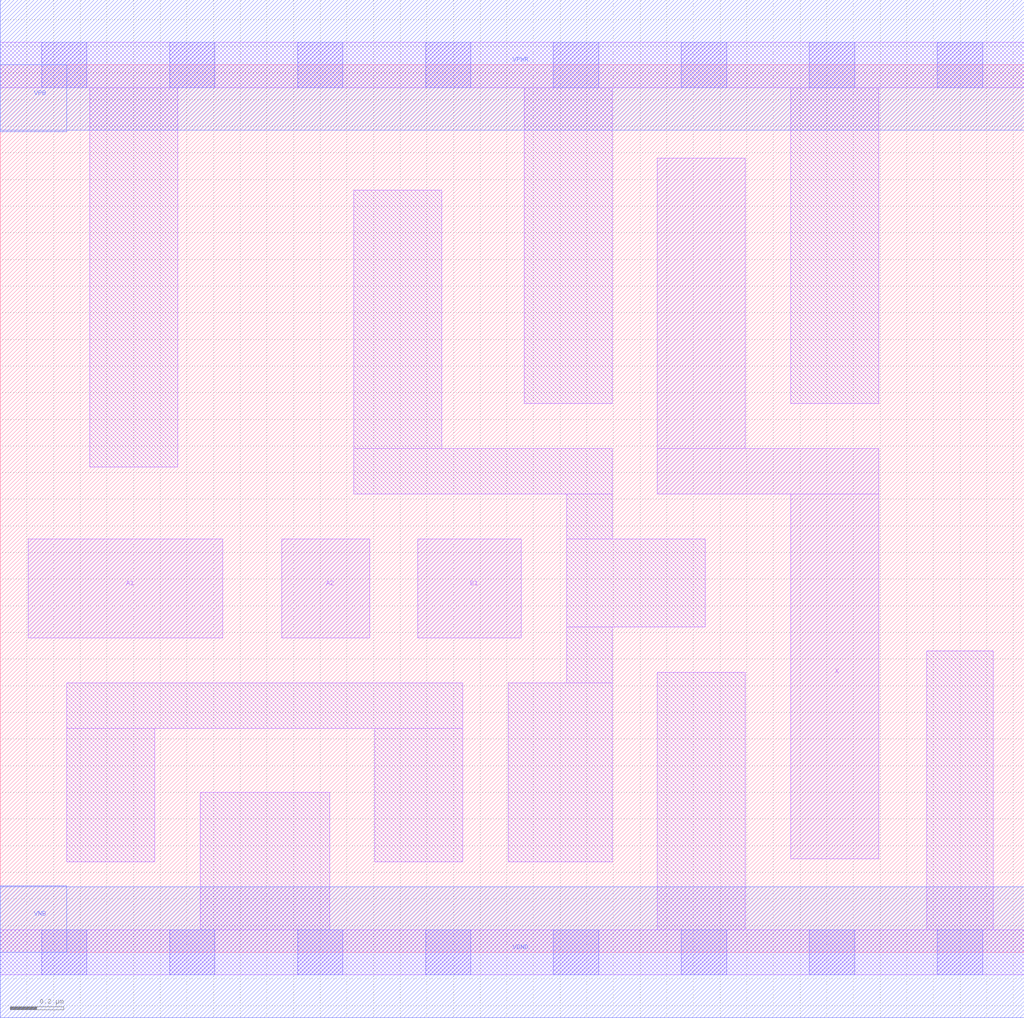
<source format=lef>
# Copyright 2020 The SkyWater PDK Authors
#
# Licensed under the Apache License, Version 2.0 (the "License");
# you may not use this file except in compliance with the License.
# You may obtain a copy of the License at
#
#     https://www.apache.org/licenses/LICENSE-2.0
#
# Unless required by applicable law or agreed to in writing, software
# distributed under the License is distributed on an "AS IS" BASIS,
# WITHOUT WARRANTIES OR CONDITIONS OF ANY KIND, either express or implied.
# See the License for the specific language governing permissions and
# limitations under the License.
#
# SPDX-License-Identifier: Apache-2.0

VERSION 5.5 ;
NAMESCASESENSITIVE ON ;
BUSBITCHARS "[]" ;
DIVIDERCHAR "/" ;
MACRO sky130_fd_sc_hs__o21a_2
  CLASS CORE ;
  SOURCE USER ;
  ORIGIN  0.000000  0.000000 ;
  SIZE  3.840000 BY  3.330000 ;
  SYMMETRY X Y ;
  SITE unit ;
  PIN A1
    ANTENNAGATEAREA  0.261000 ;
    DIRECTION INPUT ;
    USE SIGNAL ;
    PORT
      LAYER li1 ;
        RECT 0.105000 1.180000 0.835000 1.550000 ;
    END
  END A1
  PIN A2
    ANTENNAGATEAREA  0.261000 ;
    DIRECTION INPUT ;
    USE SIGNAL ;
    PORT
      LAYER li1 ;
        RECT 1.055000 1.180000 1.385000 1.550000 ;
    END
  END A2
  PIN B1
    ANTENNAGATEAREA  0.261000 ;
    DIRECTION INPUT ;
    USE SIGNAL ;
    PORT
      LAYER li1 ;
        RECT 1.565000 1.180000 1.955000 1.550000 ;
    END
  END B1
  PIN X
    ANTENNADIFFAREA  0.543200 ;
    DIRECTION OUTPUT ;
    USE SIGNAL ;
    PORT
      LAYER li1 ;
        RECT 2.465000 1.720000 3.295000 1.890000 ;
        RECT 2.465000 1.890000 2.795000 2.980000 ;
        RECT 2.965000 0.350000 3.295000 1.720000 ;
    END
  END X
  PIN VGND
    DIRECTION INOUT ;
    USE GROUND ;
    PORT
      LAYER met1 ;
        RECT 0.000000 -0.245000 3.840000 0.245000 ;
    END
  END VGND
  PIN VNB
    DIRECTION INOUT ;
    USE GROUND ;
    PORT
      LAYER met1 ;
        RECT 0.000000 0.000000 0.250000 0.250000 ;
    END
  END VNB
  PIN VPB
    DIRECTION INOUT ;
    USE POWER ;
    PORT
      LAYER met1 ;
        RECT 0.000000 3.080000 0.250000 3.330000 ;
    END
  END VPB
  PIN VPWR
    DIRECTION INOUT ;
    USE POWER ;
    PORT
      LAYER met1 ;
        RECT 0.000000 3.085000 3.840000 3.575000 ;
    END
  END VPWR
  OBS
    LAYER li1 ;
      RECT 0.000000 -0.085000 3.840000 0.085000 ;
      RECT 0.000000  3.245000 3.840000 3.415000 ;
      RECT 0.250000  0.340000 0.580000 0.840000 ;
      RECT 0.250000  0.840000 1.735000 1.010000 ;
      RECT 0.335000  1.820000 0.665000 3.245000 ;
      RECT 0.750000  0.085000 1.235000 0.600000 ;
      RECT 1.325000  1.720000 2.295000 1.890000 ;
      RECT 1.325000  1.890000 1.655000 2.860000 ;
      RECT 1.405000  0.340000 1.735000 0.840000 ;
      RECT 1.905000  0.340000 2.295000 1.010000 ;
      RECT 1.965000  2.060000 2.295000 3.245000 ;
      RECT 2.125000  1.010000 2.295000 1.220000 ;
      RECT 2.125000  1.220000 2.645000 1.550000 ;
      RECT 2.125000  1.550000 2.295000 1.720000 ;
      RECT 2.465000  0.085000 2.795000 1.050000 ;
      RECT 2.965000  2.060000 3.295000 3.245000 ;
      RECT 3.475000  0.085000 3.725000 1.130000 ;
    LAYER mcon ;
      RECT 0.155000 -0.085000 0.325000 0.085000 ;
      RECT 0.155000  3.245000 0.325000 3.415000 ;
      RECT 0.635000 -0.085000 0.805000 0.085000 ;
      RECT 0.635000  3.245000 0.805000 3.415000 ;
      RECT 1.115000 -0.085000 1.285000 0.085000 ;
      RECT 1.115000  3.245000 1.285000 3.415000 ;
      RECT 1.595000 -0.085000 1.765000 0.085000 ;
      RECT 1.595000  3.245000 1.765000 3.415000 ;
      RECT 2.075000 -0.085000 2.245000 0.085000 ;
      RECT 2.075000  3.245000 2.245000 3.415000 ;
      RECT 2.555000 -0.085000 2.725000 0.085000 ;
      RECT 2.555000  3.245000 2.725000 3.415000 ;
      RECT 3.035000 -0.085000 3.205000 0.085000 ;
      RECT 3.035000  3.245000 3.205000 3.415000 ;
      RECT 3.515000 -0.085000 3.685000 0.085000 ;
      RECT 3.515000  3.245000 3.685000 3.415000 ;
  END
END sky130_fd_sc_hs__o21a_2

</source>
